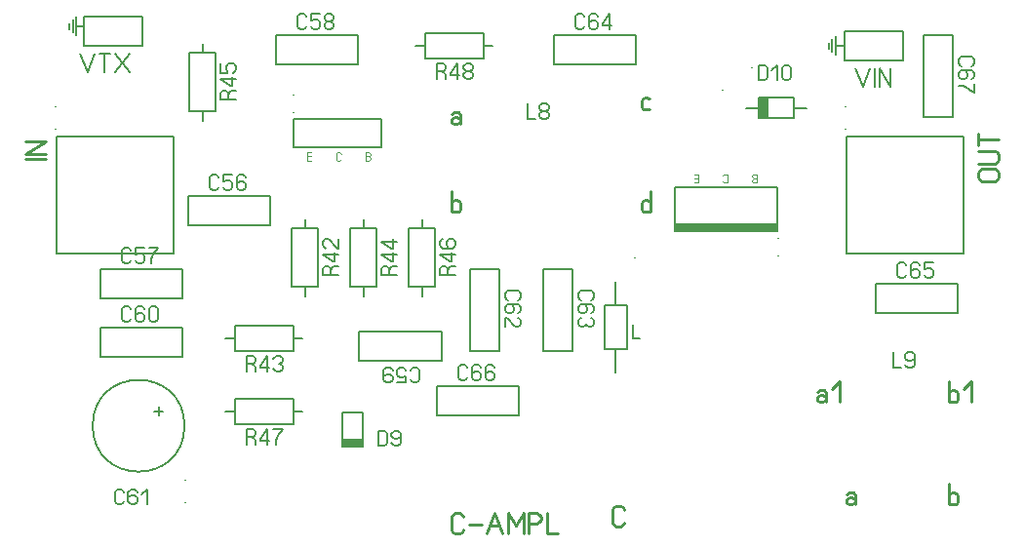
<source format=gbr>
%FSLAX34Y34*%
%MOMM*%
%LNSILK_TOP*%
G71*
G01*
%ADD10C,0.150*%
%ADD11C,0.090*%
%ADD12C,0.159*%
%ADD13C,0.100*%
%ADD14C,0.167*%
%ADD15C,0.144*%
%ADD16C,0.206*%
%ADD17C,0.200*%
%ADD18C,0.222*%
%LPD*%
G54D10*
X-314300Y112750D02*
X-314300Y87550D01*
X-238100Y87550D01*
X-238100Y112750D01*
X-314300Y112750D01*
G54D11*
X-299500Y76250D02*
X-303200Y76250D01*
X-303200Y83350D01*
X-299500Y83350D01*
G54D11*
X-303200Y79850D02*
X-299500Y79850D01*
G54D11*
X-273500Y77550D02*
X-274100Y76650D01*
X-275100Y76250D01*
X-276200Y76250D01*
X-277300Y76650D01*
X-277800Y77550D01*
X-277800Y82050D01*
X-277300Y82950D01*
X-276200Y83350D01*
X-275100Y83350D01*
X-274100Y82950D01*
X-273500Y82050D01*
G54D11*
X-252400Y76250D02*
X-252400Y83350D01*
X-249700Y83350D01*
X-248700Y82950D01*
X-248100Y82050D01*
X-248100Y81150D01*
X-248700Y80250D01*
X-249700Y79850D01*
X-248700Y79350D01*
X-248100Y78450D01*
X-248100Y77550D01*
X-248700Y76650D01*
X-249700Y76250D01*
X-252400Y76250D01*
G54D11*
X-252400Y79850D02*
X-249700Y79850D01*
G54D12*
X-315051Y133500D02*
X-315051Y133500D01*
G54D12*
X-315050Y118500D02*
X-315050Y118500D01*
G36*
X105205Y21421D02*
X16405Y21421D01*
X16405Y15021D01*
X105205Y15021D01*
X105205Y21421D01*
G37*
G54D13*
X105205Y21421D02*
X16405Y21421D01*
X16405Y15021D01*
X105205Y15021D01*
X105205Y21421D01*
G54D10*
X105205Y15021D02*
X105205Y53021D01*
X16205Y53021D01*
X16205Y15021D01*
X105205Y15021D01*
G54D11*
X87705Y64321D02*
X87706Y57221D01*
X85005Y57221D01*
X84005Y57621D01*
X83405Y58521D01*
X83405Y59421D01*
X84005Y60321D01*
X85005Y60721D01*
X84005Y61221D01*
X83405Y62121D01*
X83405Y63021D01*
X84005Y63921D01*
X85005Y64321D01*
X87705Y64321D01*
G54D11*
X87706Y60721D02*
X85005Y60721D01*
G54D11*
X58005Y63021D02*
X58605Y63921D01*
X59605Y64321D01*
X60705Y64321D01*
X61805Y63921D01*
X62305Y63021D01*
X62305Y58521D01*
X61805Y57621D01*
X60705Y57221D01*
X59605Y57221D01*
X58605Y57621D01*
X58005Y58521D01*
G54D11*
X33205Y64321D02*
X36905Y64321D01*
X36905Y57221D01*
X33205Y57221D01*
G54D11*
X36905Y60721D02*
X33205Y60721D01*
G54D12*
X105955Y-5729D02*
X105955Y-5729D01*
G54D12*
X105955Y9271D02*
X105955Y9271D01*
G54D10*
X-334786Y19790D02*
X-334786Y45190D01*
X-406386Y45190D01*
X-406386Y19790D01*
X-334786Y19790D01*
G54D14*
X-379441Y53082D02*
X-380441Y51415D01*
X-382441Y50582D01*
X-384441Y50582D01*
X-386441Y51415D01*
X-387441Y53082D01*
X-387441Y61415D01*
X-386441Y63082D01*
X-384441Y63915D01*
X-382441Y63915D01*
X-380441Y63082D01*
X-379441Y61415D01*
G54D14*
X-367774Y63915D02*
X-375774Y63915D01*
X-375774Y58082D01*
X-374774Y58082D01*
X-372774Y58915D01*
X-370774Y58915D01*
X-368774Y58082D01*
X-367774Y56415D01*
X-367774Y53082D01*
X-368774Y51415D01*
X-370774Y50582D01*
X-372774Y50582D01*
X-374774Y51415D01*
X-375774Y53082D01*
G54D14*
X-356107Y61415D02*
X-357107Y63082D01*
X-359107Y63915D01*
X-361107Y63915D01*
X-363107Y63082D01*
X-364107Y61415D01*
X-364107Y57248D01*
X-364107Y56415D01*
X-361107Y58082D01*
X-359107Y58082D01*
X-357107Y57248D01*
X-356107Y55582D01*
X-356107Y53082D01*
X-357107Y51415D01*
X-359107Y50582D01*
X-361107Y50582D01*
X-363107Y51415D01*
X-364107Y53082D01*
X-364107Y57248D01*
G54D10*
X-315921Y17279D02*
X-293746Y17279D01*
X-293746Y-33421D01*
X-315921Y-33421D01*
X-315921Y17279D01*
G54D10*
X-304834Y17479D02*
X-304834Y25379D01*
G54D10*
X-304834Y-33521D02*
X-304833Y-41421D01*
G54D14*
X-282575Y-19163D02*
X-280909Y-16163D01*
X-279242Y-15163D01*
X-275909Y-15163D01*
G54D14*
X-275909Y-23163D02*
X-289242Y-23163D01*
X-289242Y-18163D01*
X-288409Y-16163D01*
X-286742Y-15163D01*
X-285075Y-15163D01*
X-283409Y-16163D01*
X-282575Y-18163D01*
X-282575Y-23163D01*
G54D14*
X-275909Y-5496D02*
X-289242Y-5496D01*
X-280909Y-11496D01*
X-279242Y-11496D01*
X-279242Y-3496D01*
G54D14*
X-275909Y8171D02*
X-275909Y171D01*
X-276742Y171D01*
X-278409Y1171D01*
X-283409Y7171D01*
X-285075Y8171D01*
X-286742Y8171D01*
X-288409Y7171D01*
X-289242Y5171D01*
X-289242Y3171D01*
X-288409Y1171D01*
X-286742Y171D01*
G54D10*
X-520700Y96850D02*
X-419100Y96850D01*
X-419100Y-4750D01*
X-520700Y-4750D01*
X-520700Y96850D01*
G54D15*
X-521450Y123600D02*
X-521450Y123600D01*
G54D15*
X-521450Y104100D02*
X-521450Y104100D01*
G54D10*
X-404821Y169679D02*
X-382646Y169679D01*
X-382646Y118979D01*
X-404821Y118979D01*
X-404821Y169679D01*
G54D10*
X-393734Y169879D02*
X-393734Y177779D01*
G54D10*
X-393734Y118879D02*
X-393733Y110979D01*
G54D14*
X-371475Y133237D02*
X-369809Y136237D01*
X-368142Y137237D01*
X-364809Y137237D01*
G54D14*
X-364809Y129237D02*
X-378142Y129237D01*
X-378142Y134237D01*
X-377309Y136237D01*
X-375642Y137237D01*
X-373975Y137237D01*
X-372309Y136237D01*
X-371475Y134237D01*
X-371475Y129237D01*
G54D14*
X-364809Y146904D02*
X-378142Y146904D01*
X-369809Y140904D01*
X-368142Y140904D01*
X-368142Y148904D01*
G54D14*
X-378142Y160571D02*
X-378142Y152571D01*
X-372309Y152571D01*
X-372309Y153571D01*
X-373142Y155571D01*
X-373142Y157571D01*
X-372309Y159571D01*
X-370642Y160571D01*
X-367309Y160571D01*
X-365642Y159571D01*
X-364809Y157571D01*
X-364809Y155571D01*
X-365642Y153571D01*
X-367309Y152571D01*
G54D14*
X-225109Y-23163D02*
X-225109Y-23163D01*
G54D10*
X-258586Y159490D02*
X-258586Y184890D01*
X-330186Y184890D01*
X-330186Y159490D01*
X-258586Y159490D01*
G54D14*
X-303241Y192782D02*
X-304241Y191115D01*
X-306241Y190282D01*
X-308241Y190282D01*
X-310241Y191115D01*
X-311241Y192782D01*
X-311241Y201115D01*
X-310241Y202782D01*
X-308241Y203615D01*
X-306241Y203615D01*
X-304241Y202782D01*
X-303241Y201115D01*
G54D14*
X-291574Y203615D02*
X-299574Y203615D01*
X-299574Y197782D01*
X-298574Y197782D01*
X-296574Y198615D01*
X-294574Y198615D01*
X-292574Y197782D01*
X-291574Y196115D01*
X-291574Y192782D01*
X-292574Y191115D01*
X-294574Y190282D01*
X-296574Y190282D01*
X-298574Y191115D01*
X-299574Y192782D01*
G54D14*
X-282907Y196948D02*
X-284907Y196948D01*
X-286907Y197782D01*
X-287907Y199448D01*
X-287907Y201115D01*
X-286907Y202782D01*
X-284907Y203615D01*
X-282907Y203615D01*
X-280907Y202782D01*
X-279907Y201115D01*
X-279907Y199448D01*
X-280907Y197782D01*
X-282907Y196948D01*
X-280907Y196115D01*
X-279907Y194448D01*
X-279907Y192782D01*
X-280907Y191115D01*
X-282907Y190282D01*
X-284907Y190282D01*
X-286907Y191115D01*
X-287907Y192782D01*
X-287907Y194448D01*
X-286907Y196115D01*
X-284907Y196948D01*
G54D10*
X-214321Y17279D02*
X-192146Y17279D01*
X-192146Y-33421D01*
X-214321Y-33421D01*
X-214321Y17279D01*
G54D10*
X-203234Y17479D02*
X-203234Y25379D01*
G54D10*
X-203234Y-33521D02*
X-203233Y-41421D01*
G54D14*
X-180975Y-19163D02*
X-179309Y-16163D01*
X-177642Y-15163D01*
X-174309Y-15163D01*
G54D14*
X-174309Y-23163D02*
X-187642Y-23163D01*
X-187642Y-18163D01*
X-186809Y-16163D01*
X-185142Y-15163D01*
X-183475Y-15163D01*
X-181809Y-16163D01*
X-180975Y-18163D01*
X-180975Y-23163D01*
G54D14*
X-174309Y-5496D02*
X-187642Y-5496D01*
X-179309Y-11496D01*
X-177642Y-11496D01*
X-177642Y-3496D01*
G54D14*
X-185142Y8171D02*
X-186809Y7171D01*
X-187642Y5171D01*
X-187642Y3171D01*
X-186809Y1171D01*
X-185142Y171D01*
X-180975Y171D01*
X-180142Y171D01*
X-181809Y3171D01*
X-181809Y5171D01*
X-180975Y7171D01*
X-179309Y8171D01*
X-176809Y8171D01*
X-175142Y7171D01*
X-174309Y5171D01*
X-174309Y3171D01*
X-175142Y1171D01*
X-176809Y171D01*
X-180975Y171D01*
G54D10*
X-257881Y-72406D02*
X-257881Y-97806D01*
X-186281Y-97806D01*
X-186281Y-72406D01*
X-257881Y-72406D01*
G54D14*
X-213225Y-105698D02*
X-212225Y-104031D01*
X-210225Y-103198D01*
X-208225Y-103198D01*
X-206225Y-104031D01*
X-205225Y-105698D01*
X-205225Y-114031D01*
X-206225Y-115698D01*
X-208225Y-116531D01*
X-210225Y-116531D01*
X-212225Y-115698D01*
X-213225Y-114031D01*
G54D14*
X-224892Y-116531D02*
X-216892Y-116531D01*
X-216892Y-110698D01*
X-217892Y-110698D01*
X-219892Y-111531D01*
X-221892Y-111531D01*
X-223892Y-110698D01*
X-224892Y-109031D01*
X-224892Y-105698D01*
X-223892Y-104031D01*
X-221892Y-103198D01*
X-219892Y-103198D01*
X-217892Y-104031D01*
X-216892Y-105698D01*
G54D14*
X-228559Y-105698D02*
X-229559Y-104031D01*
X-231559Y-103198D01*
X-233559Y-103198D01*
X-235559Y-104031D01*
X-236559Y-105698D01*
X-236559Y-109864D01*
X-236559Y-110698D01*
X-233559Y-109031D01*
X-231559Y-109031D01*
X-229559Y-109864D01*
X-228559Y-111531D01*
X-228559Y-114031D01*
X-229559Y-115698D01*
X-231559Y-116531D01*
X-233559Y-116531D01*
X-235559Y-115698D01*
X-236559Y-114031D01*
X-236559Y-109864D01*
G54D10*
X-314973Y-66856D02*
X-314973Y-89031D01*
X-365673Y-89031D01*
X-365673Y-66856D01*
X-314973Y-66856D01*
G54D10*
X-314773Y-77944D02*
X-306873Y-77944D01*
G54D10*
X-365773Y-77944D02*
X-373673Y-77944D01*
G54D14*
X-351415Y-100202D02*
X-348415Y-101869D01*
X-347415Y-103535D01*
X-347415Y-106869D01*
G54D14*
X-355415Y-106869D02*
X-355415Y-93535D01*
X-350415Y-93535D01*
X-348415Y-94369D01*
X-347415Y-96035D01*
X-347415Y-97702D01*
X-348415Y-99369D01*
X-350415Y-100202D01*
X-355415Y-100202D01*
G54D14*
X-337748Y-106869D02*
X-337748Y-93535D01*
X-343748Y-101869D01*
X-343748Y-103535D01*
X-335748Y-103535D01*
G54D14*
X-332081Y-96035D02*
X-331081Y-94369D01*
X-329081Y-93535D01*
X-327081Y-93535D01*
X-325081Y-94369D01*
X-324081Y-96035D01*
X-324081Y-97702D01*
X-325081Y-99369D01*
X-327081Y-100202D01*
X-325081Y-101035D01*
X-324081Y-102702D01*
X-324081Y-104369D01*
X-325081Y-106035D01*
X-327081Y-106869D01*
X-329081Y-106869D01*
X-331081Y-106035D01*
X-332081Y-104369D01*
G54D10*
X-410986Y-43710D02*
X-410986Y-18310D01*
X-482586Y-18310D01*
X-482586Y-43710D01*
X-410986Y-43710D01*
G54D14*
X-455641Y-10418D02*
X-456641Y-12085D01*
X-458641Y-12918D01*
X-460641Y-12918D01*
X-462641Y-12085D01*
X-463641Y-10418D01*
X-463641Y-2085D01*
X-462641Y-418D01*
X-460641Y415D01*
X-458641Y415D01*
X-456641Y-418D01*
X-455641Y-2085D01*
G54D14*
X-443974Y415D02*
X-451974Y415D01*
X-451974Y-5418D01*
X-450974Y-5418D01*
X-448974Y-4585D01*
X-446974Y-4585D01*
X-444974Y-5418D01*
X-443974Y-7085D01*
X-443974Y-10418D01*
X-444974Y-12085D01*
X-446974Y-12918D01*
X-448974Y-12918D01*
X-450974Y-12085D01*
X-451974Y-10418D01*
G54D14*
X-440307Y415D02*
X-432307Y415D01*
X-433307Y-1252D01*
X-435307Y-3752D01*
X-437307Y-7085D01*
X-438307Y-9585D01*
X-438307Y-12918D01*
G54D10*
X-410986Y-94510D02*
X-410986Y-69110D01*
X-482586Y-69110D01*
X-482586Y-94510D01*
X-410986Y-94510D01*
G54D14*
X-455641Y-61218D02*
X-456641Y-62885D01*
X-458641Y-63718D01*
X-460641Y-63718D01*
X-462641Y-62885D01*
X-463641Y-61218D01*
X-463641Y-52885D01*
X-462641Y-51218D01*
X-460641Y-50385D01*
X-458641Y-50385D01*
X-456641Y-51218D01*
X-455641Y-52885D01*
G54D14*
X-443974Y-52885D02*
X-444974Y-51218D01*
X-446974Y-50385D01*
X-448974Y-50385D01*
X-450974Y-51218D01*
X-451974Y-52885D01*
X-451974Y-57052D01*
X-451974Y-57885D01*
X-448974Y-56218D01*
X-446974Y-56218D01*
X-444974Y-57052D01*
X-443974Y-58718D01*
X-443974Y-61218D01*
X-444974Y-62885D01*
X-446974Y-63718D01*
X-448974Y-63718D01*
X-450974Y-62885D01*
X-451974Y-61218D01*
X-451974Y-57052D01*
G54D14*
X-432307Y-52885D02*
X-432307Y-61218D01*
X-433307Y-62885D01*
X-435307Y-63718D01*
X-437307Y-63718D01*
X-439307Y-62885D01*
X-440307Y-61218D01*
X-440307Y-52885D01*
X-439307Y-51218D01*
X-437307Y-50385D01*
X-435307Y-50385D01*
X-433307Y-51218D01*
X-432307Y-52885D01*
G54D10*
X-427888Y-141250D02*
X-435488Y-141250D01*
G54D10*
X-431688Y-145050D02*
X-431688Y-137450D01*
G54D10*
G75*
G01X-409344Y-153950D02*
G03X-409344Y-153950I-39850J0D01*
G01*
G54D16*
X-408594Y-220550D02*
X-408594Y-220550D01*
G54D16*
X-408594Y-201050D02*
X-408594Y-201050D01*
G54D10*
X-314973Y-130356D02*
X-314973Y-152531D01*
X-365673Y-152531D01*
X-365673Y-130356D01*
X-314973Y-130356D01*
G54D10*
X-314773Y-141444D02*
X-306873Y-141444D01*
G54D10*
X-365773Y-141444D02*
X-373673Y-141444D01*
G54D14*
X-351415Y-163702D02*
X-348415Y-165369D01*
X-347415Y-167035D01*
X-347415Y-170369D01*
G54D14*
X-355415Y-170369D02*
X-355415Y-157035D01*
X-350415Y-157035D01*
X-348415Y-157869D01*
X-347415Y-159535D01*
X-347415Y-161202D01*
X-348415Y-162869D01*
X-350415Y-163702D01*
X-355415Y-163702D01*
G54D14*
X-337748Y-170369D02*
X-337748Y-157035D01*
X-343748Y-165369D01*
X-343748Y-167035D01*
X-335748Y-167035D01*
G54D14*
X-332081Y-157035D02*
X-324081Y-157035D01*
X-325081Y-158702D01*
X-327081Y-161202D01*
X-329081Y-164535D01*
X-330081Y-167035D01*
X-330081Y-170369D01*
G54D10*
X-272200Y-172450D02*
X-254800Y-172450D01*
X-254800Y-142050D01*
X-272200Y-142050D01*
X-272200Y-172450D01*
G36*
X-272100Y-172350D02*
X-255400Y-172350D01*
X-255400Y-165150D01*
X-272100Y-165150D01*
X-272100Y-172350D01*
G37*
G54D13*
X-272100Y-172350D02*
X-255400Y-172350D01*
X-255400Y-165150D01*
X-272100Y-165150D01*
X-272100Y-172350D01*
G54D10*
X-118886Y-145310D02*
X-118886Y-119910D01*
X-190486Y-119910D01*
X-190486Y-145310D01*
X-118886Y-145310D01*
G54D14*
X-163541Y-112018D02*
X-164541Y-113685D01*
X-166541Y-114518D01*
X-168541Y-114518D01*
X-170541Y-113685D01*
X-171541Y-112018D01*
X-171541Y-103685D01*
X-170541Y-102018D01*
X-168541Y-101185D01*
X-166541Y-101185D01*
X-164541Y-102018D01*
X-163541Y-103685D01*
G54D14*
X-151874Y-103685D02*
X-152874Y-102018D01*
X-154874Y-101185D01*
X-156874Y-101185D01*
X-158874Y-102018D01*
X-159874Y-103685D01*
X-159874Y-107852D01*
X-159874Y-108685D01*
X-156874Y-107018D01*
X-154874Y-107018D01*
X-152874Y-107852D01*
X-151874Y-109518D01*
X-151874Y-112018D01*
X-152874Y-113685D01*
X-154874Y-114518D01*
X-156874Y-114518D01*
X-158874Y-113685D01*
X-159874Y-112018D01*
X-159874Y-107852D01*
G54D14*
X-140207Y-103685D02*
X-141207Y-102018D01*
X-143207Y-101185D01*
X-145207Y-101185D01*
X-147207Y-102018D01*
X-148207Y-103685D01*
X-148207Y-107852D01*
X-148207Y-108685D01*
X-145207Y-107018D01*
X-143207Y-107018D01*
X-141207Y-107852D01*
X-140207Y-109518D01*
X-140207Y-112018D01*
X-141207Y-113685D01*
X-143207Y-114518D01*
X-145207Y-114518D01*
X-147207Y-113685D01*
X-148207Y-112018D01*
X-148207Y-107852D01*
G54D10*
X-149873Y187144D02*
X-149873Y164969D01*
X-200573Y164969D01*
X-200573Y187144D01*
X-149873Y187144D01*
G54D10*
X-149673Y176056D02*
X-141773Y176056D01*
G54D10*
X-200673Y176056D02*
X-208573Y176056D01*
G54D14*
X-186315Y153798D02*
X-183315Y152131D01*
X-182315Y150464D01*
X-182315Y147131D01*
G54D14*
X-190315Y147131D02*
X-190315Y160464D01*
X-185315Y160464D01*
X-183315Y159631D01*
X-182315Y157964D01*
X-182315Y156298D01*
X-183315Y154631D01*
X-185315Y153798D01*
X-190315Y153798D01*
G54D14*
X-172648Y147131D02*
X-172648Y160464D01*
X-178648Y152131D01*
X-178648Y150464D01*
X-170648Y150464D01*
G54D14*
X-161981Y153798D02*
X-163981Y153798D01*
X-165981Y154631D01*
X-166981Y156298D01*
X-166981Y157964D01*
X-165981Y159631D01*
X-163981Y160464D01*
X-161981Y160464D01*
X-159981Y159631D01*
X-158981Y157964D01*
X-158981Y156298D01*
X-159981Y154631D01*
X-161981Y153798D01*
X-159981Y152964D01*
X-158981Y151298D01*
X-158981Y149631D01*
X-159981Y147964D01*
X-161981Y147131D01*
X-163981Y147131D01*
X-165981Y147964D01*
X-166981Y149631D01*
X-166981Y151298D01*
X-165981Y152964D01*
X-163981Y153798D01*
G54D10*
X89600Y130850D02*
X89600Y113450D01*
X120000Y113450D01*
X120000Y130850D01*
X89600Y130850D01*
G36*
X89700Y130750D02*
X89700Y114050D01*
X96900Y114050D01*
X96900Y130750D01*
X89700Y130750D01*
G37*
G54D13*
X89700Y130750D02*
X89700Y114050D01*
X96900Y114050D01*
X96900Y130750D01*
X89700Y130750D01*
G54D10*
X78600Y122150D02*
X89700Y122150D01*
G54D10*
X119900Y122150D02*
X131000Y122150D01*
G54D16*
X83100Y157600D02*
X83100Y157600D01*
G54D16*
X57700Y138100D02*
X57700Y138100D01*
G54D10*
X262114Y-56410D02*
X262114Y-31009D01*
X190514Y-31010D01*
X190514Y-56410D01*
X262114Y-56410D01*
G54D14*
X217458Y-23118D02*
X216458Y-24785D01*
X214458Y-25618D01*
X212458Y-25618D01*
X210458Y-24785D01*
X209458Y-23118D01*
X209458Y-14785D01*
X210458Y-13118D01*
X212458Y-12285D01*
X214458Y-12285D01*
X216458Y-13118D01*
X217458Y-14785D01*
G54D14*
X229125Y-14785D02*
X228125Y-13118D01*
X226125Y-12285D01*
X224125Y-12285D01*
X222125Y-13118D01*
X221125Y-14785D01*
X221125Y-18951D01*
X221125Y-19785D01*
X224125Y-18118D01*
X226125Y-18118D01*
X228125Y-18951D01*
X229125Y-20618D01*
X229125Y-23118D01*
X228125Y-24785D01*
X226125Y-25618D01*
X224125Y-25618D01*
X222125Y-24785D01*
X221125Y-23118D01*
X221125Y-18951D01*
G54D14*
X240792Y-12285D02*
X232792Y-12285D01*
X232792Y-18118D01*
X233792Y-18118D01*
X235792Y-17285D01*
X237792Y-17285D01*
X239792Y-18118D01*
X240792Y-19785D01*
X240792Y-23118D01*
X239792Y-24785D01*
X237792Y-25618D01*
X235792Y-25618D01*
X233792Y-24785D01*
X232792Y-23118D01*
G54D10*
X-161336Y-89456D02*
X-135936Y-89456D01*
X-135936Y-17856D01*
X-161336Y-17856D01*
X-161336Y-89456D01*
G54D14*
X-128044Y-44800D02*
X-129711Y-43800D01*
X-130544Y-41800D01*
X-130544Y-39800D01*
X-129711Y-37800D01*
X-128044Y-36800D01*
X-119711Y-36800D01*
X-118044Y-37800D01*
X-117211Y-39800D01*
X-117211Y-41800D01*
X-118044Y-43800D01*
X-119711Y-44800D01*
G54D14*
X-119711Y-56467D02*
X-118044Y-55467D01*
X-117211Y-53467D01*
X-117211Y-51467D01*
X-118044Y-49467D01*
X-119711Y-48467D01*
X-123878Y-48467D01*
X-124711Y-48467D01*
X-123044Y-51467D01*
X-123044Y-53467D01*
X-123878Y-55467D01*
X-125544Y-56467D01*
X-128044Y-56467D01*
X-129711Y-55467D01*
X-130544Y-53467D01*
X-130544Y-51467D01*
X-129711Y-49467D01*
X-128044Y-48467D01*
X-123878Y-48467D01*
G54D14*
X-130544Y-68134D02*
X-130544Y-60134D01*
X-129711Y-60134D01*
X-128044Y-61134D01*
X-123044Y-67134D01*
X-121378Y-68134D01*
X-119711Y-68134D01*
X-118044Y-67134D01*
X-117211Y-65134D01*
X-117211Y-63134D01*
X-118044Y-61134D01*
X-119711Y-60134D01*
G54D17*
X173400Y156664D02*
X179400Y140664D01*
X185400Y156664D01*
G54D17*
X189800Y140664D02*
X189800Y156664D01*
G54D17*
X194200Y140664D02*
X194200Y156664D01*
X203800Y140664D01*
X203800Y156664D01*
G54D10*
X163604Y162838D02*
X163604Y188238D01*
X214404Y188238D01*
X214404Y162838D01*
X163604Y162838D01*
G54D17*
X162621Y176067D02*
X156270Y176067D01*
G54D17*
X156270Y168130D02*
X156271Y184005D01*
G54D17*
X153096Y181624D02*
X153096Y170511D01*
G54D17*
X149921Y173686D02*
X149921Y178448D01*
G54D10*
X232364Y113744D02*
X257764Y113744D01*
X257764Y185344D01*
X232364Y185344D01*
X232364Y113744D01*
G54D14*
X265656Y158400D02*
X263989Y159400D01*
X263156Y161400D01*
X263156Y163400D01*
X263989Y165400D01*
X265656Y166400D01*
X273989Y166400D01*
X275656Y165400D01*
X276489Y163400D01*
X276489Y161400D01*
X275656Y159400D01*
X273989Y158400D01*
G54D14*
X273989Y146733D02*
X275656Y147733D01*
X276489Y149733D01*
X276489Y151733D01*
X275656Y153733D01*
X273989Y154733D01*
X269823Y154733D01*
X268989Y154733D01*
X270656Y151733D01*
X270656Y149733D01*
X269823Y147733D01*
X268156Y146733D01*
X265656Y146733D01*
X263989Y147733D01*
X263156Y149733D01*
X263156Y151733D01*
X263989Y153733D01*
X265656Y154733D01*
X269823Y154733D01*
G54D14*
X276489Y143066D02*
X276489Y135066D01*
X274823Y136066D01*
X272323Y138066D01*
X268989Y140066D01*
X266489Y141066D01*
X263156Y141066D01*
G54D10*
X-17285Y159489D02*
X-17285Y184890D01*
X-88885Y184889D01*
X-88885Y159489D01*
X-17285Y159489D01*
G54D14*
X-61941Y192781D02*
X-62941Y191114D01*
X-64941Y190281D01*
X-66941Y190281D01*
X-68941Y191114D01*
X-69941Y192781D01*
X-69941Y201114D01*
X-68941Y202781D01*
X-66941Y203614D01*
X-64941Y203614D01*
X-62941Y202781D01*
X-61941Y201114D01*
G54D14*
X-50274Y201114D02*
X-51274Y202781D01*
X-53274Y203614D01*
X-55274Y203614D01*
X-57274Y202781D01*
X-58274Y201114D01*
X-58274Y196948D01*
X-58274Y196114D01*
X-55274Y197781D01*
X-53274Y197781D01*
X-51274Y196948D01*
X-50274Y195281D01*
X-50274Y192781D01*
X-51274Y191114D01*
X-53274Y190281D01*
X-55274Y190281D01*
X-57274Y191114D01*
X-58274Y192781D01*
X-58274Y196948D01*
G54D14*
X-40607Y190281D02*
X-40607Y203614D01*
X-46607Y195281D01*
X-46607Y193614D01*
X-38607Y193614D01*
G54D10*
X165100Y96850D02*
X266700Y96850D01*
X266700Y-4750D01*
X165100Y-4750D01*
X165100Y96850D01*
G54D15*
X164350Y123600D02*
X164350Y123600D01*
G54D15*
X164350Y104100D02*
X164350Y104100D01*
G54D10*
X-44400Y-49350D02*
X-25400Y-49350D01*
X-25400Y-87350D01*
X-44400Y-87350D01*
X-44400Y-49350D01*
G54D10*
X-34900Y-49250D02*
X-34900Y-28650D01*
G54D10*
X-34900Y-108050D02*
X-34900Y-87450D01*
G54D15*
X-19740Y-66234D02*
X-19740Y-77790D01*
X-13674Y-77790D01*
G54D15*
X-18150Y-7550D02*
X-18150Y-7550D01*
G54D10*
X-97836Y-89456D02*
X-72436Y-89456D01*
X-72436Y-17856D01*
X-97836Y-17856D01*
X-97836Y-89456D01*
G54D14*
X-64544Y-44800D02*
X-66211Y-43800D01*
X-67044Y-41800D01*
X-67044Y-39800D01*
X-66211Y-37800D01*
X-64544Y-36800D01*
X-56211Y-36800D01*
X-54544Y-37800D01*
X-53711Y-39800D01*
X-53711Y-41800D01*
X-54544Y-43800D01*
X-56211Y-44800D01*
G54D14*
X-56211Y-56467D02*
X-54544Y-55467D01*
X-53711Y-53467D01*
X-53711Y-51467D01*
X-54544Y-49467D01*
X-56211Y-48467D01*
X-60378Y-48467D01*
X-61211Y-48467D01*
X-59544Y-51467D01*
X-59544Y-53467D01*
X-60378Y-55467D01*
X-62044Y-56467D01*
X-64544Y-56467D01*
X-66211Y-55467D01*
X-67044Y-53467D01*
X-67044Y-51467D01*
X-66211Y-49467D01*
X-64544Y-48467D01*
X-60378Y-48467D01*
G54D14*
X-56211Y-60134D02*
X-54544Y-61134D01*
X-53711Y-63134D01*
X-53711Y-65134D01*
X-54544Y-67134D01*
X-56211Y-68134D01*
X-57878Y-68134D01*
X-59544Y-67134D01*
X-60378Y-65134D01*
X-61211Y-67134D01*
X-62878Y-68134D01*
X-64544Y-68134D01*
X-66211Y-67134D01*
X-67044Y-65134D01*
X-67044Y-63134D01*
X-66211Y-61134D01*
X-64544Y-60134D01*
G54D18*
X-177800Y116839D02*
X-175133Y117950D01*
X-171933Y117950D01*
X-169800Y115728D01*
X-169800Y107950D01*
G54D18*
X-169800Y111283D02*
X-171133Y113506D01*
X-173800Y113950D01*
X-176467Y113506D01*
X-177800Y111283D01*
X-177267Y109061D01*
X-175133Y107950D01*
X-173800Y107950D01*
X-173267Y107950D01*
X-171133Y109061D01*
X-169800Y111283D01*
G54D18*
X-177800Y31750D02*
X-177800Y49528D01*
G54D18*
X-177800Y38861D02*
X-176467Y41083D01*
X-173800Y41750D01*
X-171133Y41083D01*
X-169800Y38861D01*
X-169800Y34417D01*
X-171133Y32194D01*
X-173800Y31750D01*
X-176467Y32194D01*
X-177800Y34417D01*
G54D18*
X-6033Y129983D02*
X-8700Y130650D01*
X-11367Y129983D01*
X-12700Y127761D01*
X-12700Y123317D01*
X-11367Y121094D01*
X-8700Y120650D01*
X-6033Y121094D01*
G54D18*
X-4700Y31750D02*
X-4700Y49528D01*
G54D18*
X-4700Y38861D02*
X-6033Y41083D01*
X-8700Y41750D01*
X-11367Y41083D01*
X-12700Y38861D01*
X-12700Y34417D01*
X-11367Y32194D01*
X-8700Y31750D01*
X-6033Y32194D01*
X-4700Y34417D01*
G54D18*
X165100Y-213361D02*
X167767Y-212250D01*
X170967Y-212250D01*
X173100Y-214472D01*
X173100Y-222250D01*
G54D18*
X173100Y-218917D02*
X171767Y-216694D01*
X169100Y-216250D01*
X166433Y-216694D01*
X165100Y-218917D01*
X165633Y-221139D01*
X167767Y-222250D01*
X169100Y-222250D01*
X169633Y-222250D01*
X171767Y-221139D01*
X173100Y-218917D01*
G54D18*
X139700Y-124461D02*
X142367Y-123350D01*
X145567Y-123350D01*
X147700Y-125572D01*
X147700Y-133350D01*
G54D18*
X147700Y-130017D02*
X146367Y-127794D01*
X143700Y-127350D01*
X141033Y-127794D01*
X139700Y-130017D01*
X140233Y-132239D01*
X142367Y-133350D01*
X143700Y-133350D01*
X144233Y-133350D01*
X146367Y-132239D01*
X147700Y-130017D01*
G54D18*
X152589Y-122239D02*
X159256Y-115572D01*
X159256Y-133350D01*
G54D18*
X254000Y-133350D02*
X254000Y-115572D01*
G54D18*
X254000Y-126239D02*
X255333Y-124017D01*
X258000Y-123350D01*
X260667Y-124017D01*
X262000Y-126239D01*
X262000Y-130683D01*
X260667Y-132906D01*
X258000Y-133350D01*
X255333Y-132906D01*
X254000Y-130683D01*
G54D18*
X266889Y-122239D02*
X273556Y-115572D01*
X273556Y-133350D01*
G54D18*
X254000Y-222250D02*
X254000Y-204472D01*
G54D18*
X254000Y-215139D02*
X255333Y-212917D01*
X258000Y-212250D01*
X260667Y-212917D01*
X262000Y-215139D01*
X262000Y-219583D01*
X260667Y-221806D01*
X258000Y-222250D01*
X255333Y-221806D01*
X254000Y-219583D01*
G54D18*
X-167133Y-244317D02*
X-168467Y-246539D01*
X-171133Y-247650D01*
X-173800Y-247650D01*
X-176467Y-246539D01*
X-177800Y-244317D01*
X-177800Y-233206D01*
X-176467Y-230983D01*
X-173800Y-229872D01*
X-171133Y-229872D01*
X-168467Y-230983D01*
X-167133Y-233206D01*
G54D18*
X-162244Y-239872D02*
X-151577Y-239872D01*
G54D18*
X-146688Y-247650D02*
X-140021Y-229872D01*
X-133355Y-247650D01*
G54D18*
X-144021Y-240983D02*
X-136021Y-240983D01*
G54D18*
X-128466Y-247650D02*
X-128466Y-229872D01*
X-121799Y-240983D01*
X-115133Y-229872D01*
X-115133Y-247650D01*
G54D18*
X-110244Y-247650D02*
X-110244Y-229872D01*
X-103577Y-229872D01*
X-100911Y-230983D01*
X-99577Y-233206D01*
X-99577Y-235428D01*
X-100911Y-237650D01*
X-103577Y-238761D01*
X-110244Y-238761D01*
G54D18*
X-94688Y-229872D02*
X-94688Y-247650D01*
X-85355Y-247650D01*
G54D18*
X-529433Y77311D02*
X-547211Y77311D01*
G54D18*
X-529433Y82200D02*
X-547211Y82200D01*
X-529433Y92867D01*
X-547211Y92867D01*
G54D18*
X282891Y69010D02*
X294002Y69010D01*
X296224Y67677D01*
X297335Y65010D01*
X297335Y62343D01*
X296224Y59677D01*
X294002Y58343D01*
X282891Y58343D01*
X280668Y59677D01*
X279557Y62343D01*
X279557Y65010D01*
X280668Y67677D01*
X282891Y69010D01*
G54D18*
X279557Y73899D02*
X294002Y73899D01*
X296224Y75233D01*
X297335Y77899D01*
X297335Y80566D01*
X296224Y83233D01*
X294002Y84566D01*
X279557Y84566D01*
G54D18*
X297335Y94789D02*
X279557Y94789D01*
G54D18*
X279557Y89455D02*
X279557Y100122D01*
G54D10*
X-265121Y17279D02*
X-242946Y17279D01*
X-242946Y-33421D01*
X-265121Y-33421D01*
X-265121Y17279D01*
G54D10*
X-254034Y17479D02*
X-254034Y25379D01*
G54D10*
X-254034Y-33521D02*
X-254033Y-41421D01*
G54D14*
X-231775Y-19163D02*
X-230109Y-16163D01*
X-228442Y-15163D01*
X-225109Y-15163D01*
G54D14*
X-225109Y-23163D02*
X-238442Y-23163D01*
X-238442Y-18163D01*
X-237609Y-16163D01*
X-235942Y-15163D01*
X-234275Y-15163D01*
X-232609Y-16163D01*
X-231775Y-18163D01*
X-231775Y-23163D01*
G54D14*
X-225109Y-5496D02*
X-238442Y-5496D01*
X-230109Y-11496D01*
X-228442Y-11496D01*
X-228442Y-3496D01*
G54D14*
X-225109Y6171D02*
X-238442Y6171D01*
X-230109Y171D01*
X-228442Y171D01*
X-228442Y8171D01*
G54D14*
X-461900Y-219750D02*
X-462900Y-221417D01*
X-464900Y-222250D01*
X-466900Y-222250D01*
X-468900Y-221417D01*
X-469900Y-219750D01*
X-469900Y-211417D01*
X-468900Y-209750D01*
X-466900Y-208917D01*
X-464900Y-208917D01*
X-462900Y-209750D01*
X-461900Y-211417D01*
G54D14*
X-450233Y-211417D02*
X-451233Y-209750D01*
X-453233Y-208917D01*
X-455233Y-208917D01*
X-457233Y-209750D01*
X-458233Y-211417D01*
X-458233Y-215583D01*
X-458233Y-216417D01*
X-455233Y-214750D01*
X-453233Y-214750D01*
X-451233Y-215583D01*
X-450233Y-217250D01*
X-450233Y-219750D01*
X-451233Y-221417D01*
X-453233Y-222250D01*
X-455233Y-222250D01*
X-457233Y-221417D01*
X-458233Y-219750D01*
X-458233Y-215583D01*
G54D14*
X-446566Y-213917D02*
X-441566Y-208917D01*
X-441566Y-222250D01*
G54D14*
X-241300Y-171450D02*
X-241300Y-158117D01*
X-236300Y-158117D01*
X-234300Y-158950D01*
X-233300Y-160617D01*
X-233300Y-168950D01*
X-234300Y-170617D01*
X-236300Y-171450D01*
X-241300Y-171450D01*
G54D14*
X-229633Y-168950D02*
X-228633Y-170617D01*
X-226633Y-171450D01*
X-224633Y-171450D01*
X-222633Y-170617D01*
X-221633Y-168950D01*
X-221633Y-164783D01*
X-221633Y-163950D01*
X-224633Y-165617D01*
X-226633Y-165617D01*
X-228633Y-164783D01*
X-229633Y-163117D01*
X-229633Y-160617D01*
X-228633Y-158950D01*
X-226633Y-158117D01*
X-224633Y-158117D01*
X-222633Y-158950D01*
X-221633Y-160617D01*
X-221633Y-164783D01*
G54D14*
X-111727Y125881D02*
X-111727Y112548D01*
X-104727Y112548D01*
G54D14*
X-96060Y119215D02*
X-98060Y119215D01*
X-100060Y120048D01*
X-101060Y121715D01*
X-101060Y123381D01*
X-100060Y125048D01*
X-98060Y125881D01*
X-96060Y125881D01*
X-94060Y125048D01*
X-93060Y123381D01*
X-93060Y121715D01*
X-94060Y120048D01*
X-96060Y119215D01*
X-94060Y118381D01*
X-93060Y116715D01*
X-93060Y115048D01*
X-94060Y113381D01*
X-96060Y112548D01*
X-98060Y112548D01*
X-100060Y113381D01*
X-101060Y115048D01*
X-101060Y116715D01*
X-100060Y118381D01*
X-98060Y119215D01*
G54D14*
X205773Y-90019D02*
X205773Y-103352D01*
X212773Y-103352D01*
G54D14*
X216440Y-100852D02*
X217440Y-102519D01*
X219440Y-103352D01*
X221440Y-103352D01*
X223440Y-102519D01*
X224440Y-100852D01*
X224440Y-96685D01*
X224440Y-95852D01*
X221440Y-97519D01*
X219440Y-97519D01*
X217440Y-96685D01*
X216440Y-95019D01*
X216440Y-92519D01*
X217440Y-90852D01*
X219440Y-90019D01*
X221440Y-90019D01*
X223440Y-90852D01*
X224440Y-92519D01*
X224440Y-96685D01*
G54D14*
X88900Y146050D02*
X88900Y159383D01*
X93900Y159383D01*
X95900Y158550D01*
X96900Y156883D01*
X96900Y148550D01*
X95900Y146883D01*
X93900Y146050D01*
X88900Y146050D01*
G54D14*
X100567Y154383D02*
X105567Y159383D01*
X105567Y146050D01*
G54D14*
X117234Y156883D02*
X117234Y148550D01*
X116234Y146883D01*
X114234Y146050D01*
X112234Y146050D01*
X110234Y146883D01*
X109234Y148550D01*
X109234Y156883D01*
X110234Y158550D01*
X112234Y159383D01*
X114234Y159383D01*
X116234Y158550D01*
X117234Y156883D01*
G54D17*
X-499700Y169364D02*
X-493700Y153364D01*
X-487700Y169364D01*
G54D17*
X-478500Y153364D02*
X-478500Y169364D01*
G54D17*
X-483300Y169364D02*
X-473700Y169364D01*
G54D17*
X-469300Y169364D02*
X-457300Y153364D01*
G54D17*
X-469300Y153364D02*
X-457300Y169364D01*
G54D10*
X-496796Y175538D02*
X-496796Y200938D01*
X-445996Y200938D01*
X-445996Y175538D01*
X-496796Y175538D01*
G54D17*
X-496796Y193000D02*
X-503146Y193000D01*
G54D17*
X-503146Y185063D02*
X-503146Y200938D01*
G54D17*
X-506320Y198557D02*
X-506320Y187444D01*
G54D17*
X-509496Y190619D02*
X-509496Y195381D01*
G54D18*
X-27433Y-237967D02*
X-28767Y-240189D01*
X-31433Y-241300D01*
X-34100Y-241300D01*
X-36767Y-240189D01*
X-38100Y-237967D01*
X-38100Y-226856D01*
X-36767Y-224633D01*
X-34100Y-223522D01*
X-31433Y-223522D01*
X-28767Y-224633D01*
X-27433Y-226856D01*
M02*

</source>
